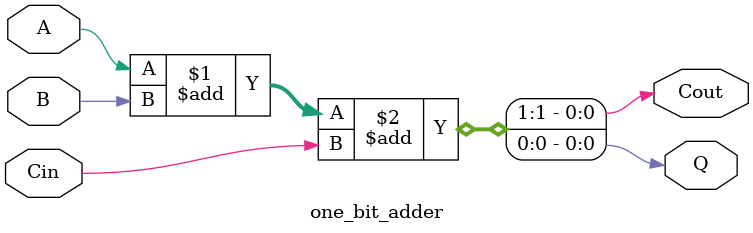
<source format=sv>
module one_bit_adder(input A,B,Cin,output Q, Cout);

	assign {Cout,Q}= A+B+Cin;
endmodule
</source>
